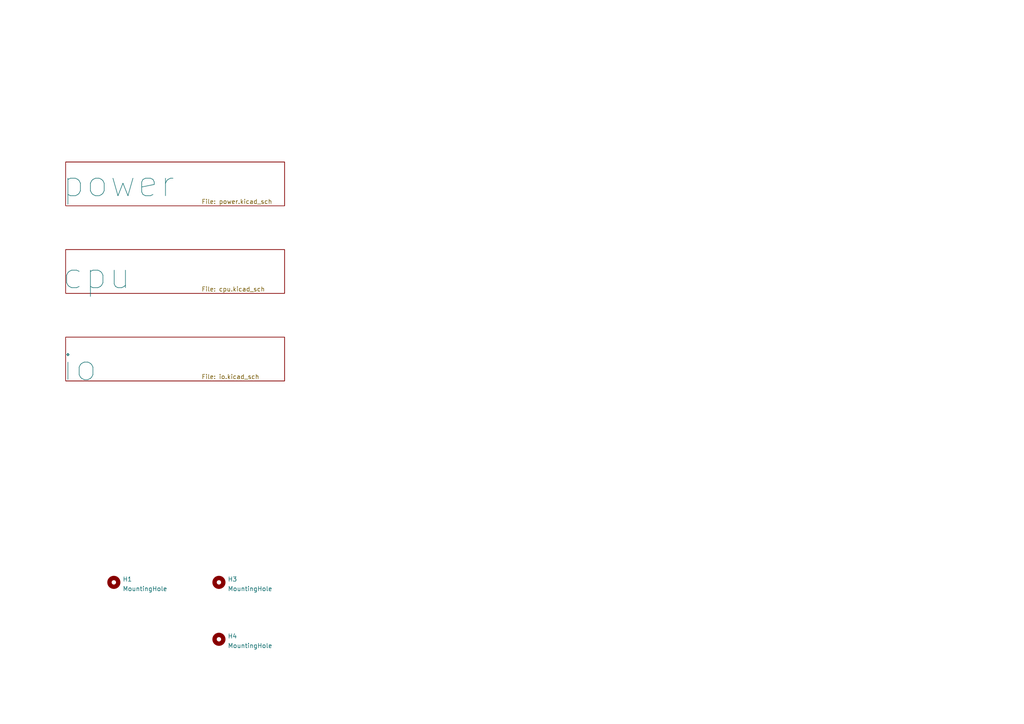
<source format=kicad_sch>
(kicad_sch (version 20210621) (generator eeschema)
  (paper "A4")
  (lib_symbols
    (symbol "Mechanical:MountingHole" (pin_names (offset 1.016))
      (property "Reference" "H" (at 0 5.08 0))
      (property "Value" "MountingHole" (at 0 3.175 0))
      (symbol "MountingHole_0_1"
        (circle (center 0 0) (radius 1.27) (stroke (width 1.27)) (stroke (width 1.27)))
      )
    )
  )
  (symbol (lib_id "Mechanical:MountingHole") (at 33.02 168.91 0) (unit 1)
    (property "Reference" "H1" (at 35.5601 168.0015 0) (effects (justify left)))
    (property "Value" "MountingHole" (at 35.5601 170.7766 0) (effects (justify left)))
    (property "Footprint" "MountingHole:MountingHole_2.7mm_M2.5" (effects hide))
  )
  (symbol (lib_id "Mechanical:MountingHole") (at 63.5 168.91 0) (unit 1)
    (property "Reference" "H3" (at 66.0401 168.0015 0) (effects (justify left)))
    (property "Value" "MountingHole" (at 66.0401 170.7766 0) (effects (justify left)))
    (property "Footprint" "MountingHole:MountingHole_2.7mm_M2.5" (effects hide))
  )
  (symbol (lib_id "Mechanical:MountingHole") (at 63.5 185.42 0) (unit 1)
    (property "Reference" "H4" (at 66.0401 184.5115 0) (effects (justify left)))
    (property "Value" "MountingHole" (at 66.0401 187.2866 0) (effects (justify left)))
    (property "Footprint" "MountingHole:MountingHole_2.7mm_M2.5" (effects hide))
  )
  (sheet (at 19.05 72.39) (size 63.5 12.7) (stroke (width 0.1524))
    (property "Sheet name" "cpu" (at 17.78 84.3784 0) (effects (font (size 7.62 7.62)) (justify left bottom)))
    (property "Sheet file" "cpu.kicad_sch" (at 58.42 83.1346 0) (effects (justify left top)))
  )
  (sheet (at 19.05 97.79) (size 63.5 12.7) (stroke (width 0.1524))
    (property "Sheet name" "io" (at 17.78 111.0484 0) (effects (font (size 7.62 7.62)) (justify left bottom)))
    (property "Sheet file" "io.kicad_sch" (at 58.42 108.5346 0) (effects (justify left top)))
  )
  (sheet (at 19.05 46.99) (size 63.5 12.7) (stroke (width 0.1524))
    (property "Sheet name" "power" (at 17.78 57.7084 0) (effects (font (size 7.62 7.62)) (justify left bottom)))
    (property "Sheet file" "power.kicad_sch" (at 58.42 57.7346 0) (effects (justify left top)))
  )
)
</source>
